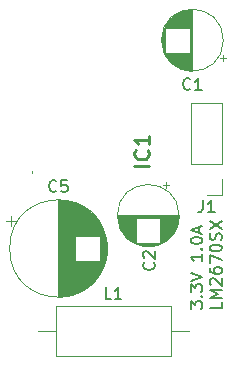
<source format=gbr>
%TF.GenerationSoftware,KiCad,Pcbnew,7.0.1*%
%TF.CreationDate,2023-04-04T11:47:58-07:00*%
%TF.ProjectId,LM2670SX-3.3,4c4d3236-3730-4535-982d-332e332e6b69,rev?*%
%TF.SameCoordinates,Original*%
%TF.FileFunction,Legend,Top*%
%TF.FilePolarity,Positive*%
%FSLAX46Y46*%
G04 Gerber Fmt 4.6, Leading zero omitted, Abs format (unit mm)*
G04 Created by KiCad (PCBNEW 7.0.1) date 2023-04-04 11:47:58*
%MOMM*%
%LPD*%
G01*
G04 APERTURE LIST*
%ADD10C,0.150000*%
%ADD11C,0.254000*%
%ADD12C,0.120000*%
%ADD13C,0.100000*%
G04 APERTURE END LIST*
D10*
X187383930Y-112432083D02*
X187383930Y-111813036D01*
X187383930Y-111813036D02*
X187764882Y-112146369D01*
X187764882Y-112146369D02*
X187764882Y-112003512D01*
X187764882Y-112003512D02*
X187812501Y-111908274D01*
X187812501Y-111908274D02*
X187860120Y-111860655D01*
X187860120Y-111860655D02*
X187955358Y-111813036D01*
X187955358Y-111813036D02*
X188193453Y-111813036D01*
X188193453Y-111813036D02*
X188288691Y-111860655D01*
X188288691Y-111860655D02*
X188336311Y-111908274D01*
X188336311Y-111908274D02*
X188383930Y-112003512D01*
X188383930Y-112003512D02*
X188383930Y-112289226D01*
X188383930Y-112289226D02*
X188336311Y-112384464D01*
X188336311Y-112384464D02*
X188288691Y-112432083D01*
X188288691Y-111384464D02*
X188336311Y-111336845D01*
X188336311Y-111336845D02*
X188383930Y-111384464D01*
X188383930Y-111384464D02*
X188336311Y-111432083D01*
X188336311Y-111432083D02*
X188288691Y-111384464D01*
X188288691Y-111384464D02*
X188383930Y-111384464D01*
X187383930Y-111003512D02*
X187383930Y-110384465D01*
X187383930Y-110384465D02*
X187764882Y-110717798D01*
X187764882Y-110717798D02*
X187764882Y-110574941D01*
X187764882Y-110574941D02*
X187812501Y-110479703D01*
X187812501Y-110479703D02*
X187860120Y-110432084D01*
X187860120Y-110432084D02*
X187955358Y-110384465D01*
X187955358Y-110384465D02*
X188193453Y-110384465D01*
X188193453Y-110384465D02*
X188288691Y-110432084D01*
X188288691Y-110432084D02*
X188336311Y-110479703D01*
X188336311Y-110479703D02*
X188383930Y-110574941D01*
X188383930Y-110574941D02*
X188383930Y-110860655D01*
X188383930Y-110860655D02*
X188336311Y-110955893D01*
X188336311Y-110955893D02*
X188288691Y-111003512D01*
X187383930Y-110098750D02*
X188383930Y-109765417D01*
X188383930Y-109765417D02*
X187383930Y-109432084D01*
X188383930Y-107813036D02*
X188383930Y-108384464D01*
X188383930Y-108098750D02*
X187383930Y-108098750D01*
X187383930Y-108098750D02*
X187526787Y-108193988D01*
X187526787Y-108193988D02*
X187622025Y-108289226D01*
X187622025Y-108289226D02*
X187669644Y-108384464D01*
X188288691Y-107384464D02*
X188336311Y-107336845D01*
X188336311Y-107336845D02*
X188383930Y-107384464D01*
X188383930Y-107384464D02*
X188336311Y-107432083D01*
X188336311Y-107432083D02*
X188288691Y-107384464D01*
X188288691Y-107384464D02*
X188383930Y-107384464D01*
X187383930Y-106717798D02*
X187383930Y-106622560D01*
X187383930Y-106622560D02*
X187431549Y-106527322D01*
X187431549Y-106527322D02*
X187479168Y-106479703D01*
X187479168Y-106479703D02*
X187574406Y-106432084D01*
X187574406Y-106432084D02*
X187764882Y-106384465D01*
X187764882Y-106384465D02*
X188002977Y-106384465D01*
X188002977Y-106384465D02*
X188193453Y-106432084D01*
X188193453Y-106432084D02*
X188288691Y-106479703D01*
X188288691Y-106479703D02*
X188336311Y-106527322D01*
X188336311Y-106527322D02*
X188383930Y-106622560D01*
X188383930Y-106622560D02*
X188383930Y-106717798D01*
X188383930Y-106717798D02*
X188336311Y-106813036D01*
X188336311Y-106813036D02*
X188288691Y-106860655D01*
X188288691Y-106860655D02*
X188193453Y-106908274D01*
X188193453Y-106908274D02*
X188002977Y-106955893D01*
X188002977Y-106955893D02*
X187764882Y-106955893D01*
X187764882Y-106955893D02*
X187574406Y-106908274D01*
X187574406Y-106908274D02*
X187479168Y-106860655D01*
X187479168Y-106860655D02*
X187431549Y-106813036D01*
X187431549Y-106813036D02*
X187383930Y-106717798D01*
X188098215Y-106003512D02*
X188098215Y-105527322D01*
X188383930Y-106098750D02*
X187383930Y-105765417D01*
X187383930Y-105765417D02*
X188383930Y-105432084D01*
X190003930Y-111860655D02*
X190003930Y-112336845D01*
X190003930Y-112336845D02*
X189003930Y-112336845D01*
X190003930Y-111527321D02*
X189003930Y-111527321D01*
X189003930Y-111527321D02*
X189718215Y-111193988D01*
X189718215Y-111193988D02*
X189003930Y-110860655D01*
X189003930Y-110860655D02*
X190003930Y-110860655D01*
X189099168Y-110432083D02*
X189051549Y-110384464D01*
X189051549Y-110384464D02*
X189003930Y-110289226D01*
X189003930Y-110289226D02*
X189003930Y-110051131D01*
X189003930Y-110051131D02*
X189051549Y-109955893D01*
X189051549Y-109955893D02*
X189099168Y-109908274D01*
X189099168Y-109908274D02*
X189194406Y-109860655D01*
X189194406Y-109860655D02*
X189289644Y-109860655D01*
X189289644Y-109860655D02*
X189432501Y-109908274D01*
X189432501Y-109908274D02*
X190003930Y-110479702D01*
X190003930Y-110479702D02*
X190003930Y-109860655D01*
X189003930Y-109003512D02*
X189003930Y-109193988D01*
X189003930Y-109193988D02*
X189051549Y-109289226D01*
X189051549Y-109289226D02*
X189099168Y-109336845D01*
X189099168Y-109336845D02*
X189242025Y-109432083D01*
X189242025Y-109432083D02*
X189432501Y-109479702D01*
X189432501Y-109479702D02*
X189813453Y-109479702D01*
X189813453Y-109479702D02*
X189908691Y-109432083D01*
X189908691Y-109432083D02*
X189956311Y-109384464D01*
X189956311Y-109384464D02*
X190003930Y-109289226D01*
X190003930Y-109289226D02*
X190003930Y-109098750D01*
X190003930Y-109098750D02*
X189956311Y-109003512D01*
X189956311Y-109003512D02*
X189908691Y-108955893D01*
X189908691Y-108955893D02*
X189813453Y-108908274D01*
X189813453Y-108908274D02*
X189575358Y-108908274D01*
X189575358Y-108908274D02*
X189480120Y-108955893D01*
X189480120Y-108955893D02*
X189432501Y-109003512D01*
X189432501Y-109003512D02*
X189384882Y-109098750D01*
X189384882Y-109098750D02*
X189384882Y-109289226D01*
X189384882Y-109289226D02*
X189432501Y-109384464D01*
X189432501Y-109384464D02*
X189480120Y-109432083D01*
X189480120Y-109432083D02*
X189575358Y-109479702D01*
X189003930Y-108574940D02*
X189003930Y-107908274D01*
X189003930Y-107908274D02*
X190003930Y-108336845D01*
X189003930Y-107336845D02*
X189003930Y-107241607D01*
X189003930Y-107241607D02*
X189051549Y-107146369D01*
X189051549Y-107146369D02*
X189099168Y-107098750D01*
X189099168Y-107098750D02*
X189194406Y-107051131D01*
X189194406Y-107051131D02*
X189384882Y-107003512D01*
X189384882Y-107003512D02*
X189622977Y-107003512D01*
X189622977Y-107003512D02*
X189813453Y-107051131D01*
X189813453Y-107051131D02*
X189908691Y-107098750D01*
X189908691Y-107098750D02*
X189956311Y-107146369D01*
X189956311Y-107146369D02*
X190003930Y-107241607D01*
X190003930Y-107241607D02*
X190003930Y-107336845D01*
X190003930Y-107336845D02*
X189956311Y-107432083D01*
X189956311Y-107432083D02*
X189908691Y-107479702D01*
X189908691Y-107479702D02*
X189813453Y-107527321D01*
X189813453Y-107527321D02*
X189622977Y-107574940D01*
X189622977Y-107574940D02*
X189384882Y-107574940D01*
X189384882Y-107574940D02*
X189194406Y-107527321D01*
X189194406Y-107527321D02*
X189099168Y-107479702D01*
X189099168Y-107479702D02*
X189051549Y-107432083D01*
X189051549Y-107432083D02*
X189003930Y-107336845D01*
X189956311Y-106622559D02*
X190003930Y-106479702D01*
X190003930Y-106479702D02*
X190003930Y-106241607D01*
X190003930Y-106241607D02*
X189956311Y-106146369D01*
X189956311Y-106146369D02*
X189908691Y-106098750D01*
X189908691Y-106098750D02*
X189813453Y-106051131D01*
X189813453Y-106051131D02*
X189718215Y-106051131D01*
X189718215Y-106051131D02*
X189622977Y-106098750D01*
X189622977Y-106098750D02*
X189575358Y-106146369D01*
X189575358Y-106146369D02*
X189527739Y-106241607D01*
X189527739Y-106241607D02*
X189480120Y-106432083D01*
X189480120Y-106432083D02*
X189432501Y-106527321D01*
X189432501Y-106527321D02*
X189384882Y-106574940D01*
X189384882Y-106574940D02*
X189289644Y-106622559D01*
X189289644Y-106622559D02*
X189194406Y-106622559D01*
X189194406Y-106622559D02*
X189099168Y-106574940D01*
X189099168Y-106574940D02*
X189051549Y-106527321D01*
X189051549Y-106527321D02*
X189003930Y-106432083D01*
X189003930Y-106432083D02*
X189003930Y-106193988D01*
X189003930Y-106193988D02*
X189051549Y-106051131D01*
X189003930Y-105717797D02*
X190003930Y-105051131D01*
X189003930Y-105051131D02*
X190003930Y-105717797D01*
%TO.C,J1*%
X188414366Y-103262819D02*
X188414366Y-103977104D01*
X188414366Y-103977104D02*
X188366747Y-104119961D01*
X188366747Y-104119961D02*
X188271509Y-104215200D01*
X188271509Y-104215200D02*
X188128652Y-104262819D01*
X188128652Y-104262819D02*
X188033414Y-104262819D01*
X189414366Y-104262819D02*
X188842938Y-104262819D01*
X189128652Y-104262819D02*
X189128652Y-103262819D01*
X189128652Y-103262819D02*
X189033414Y-103405676D01*
X189033414Y-103405676D02*
X188938176Y-103500914D01*
X188938176Y-103500914D02*
X188842938Y-103548533D01*
%TO.C,C2*%
X184263793Y-108522764D02*
X184311413Y-108570383D01*
X184311413Y-108570383D02*
X184359032Y-108713240D01*
X184359032Y-108713240D02*
X184359032Y-108808478D01*
X184359032Y-108808478D02*
X184311413Y-108951335D01*
X184311413Y-108951335D02*
X184216174Y-109046573D01*
X184216174Y-109046573D02*
X184120936Y-109094192D01*
X184120936Y-109094192D02*
X183930460Y-109141811D01*
X183930460Y-109141811D02*
X183787603Y-109141811D01*
X183787603Y-109141811D02*
X183597127Y-109094192D01*
X183597127Y-109094192D02*
X183501889Y-109046573D01*
X183501889Y-109046573D02*
X183406651Y-108951335D01*
X183406651Y-108951335D02*
X183359032Y-108808478D01*
X183359032Y-108808478D02*
X183359032Y-108713240D01*
X183359032Y-108713240D02*
X183406651Y-108570383D01*
X183406651Y-108570383D02*
X183454270Y-108522764D01*
X183454270Y-108141811D02*
X183406651Y-108094192D01*
X183406651Y-108094192D02*
X183359032Y-107998954D01*
X183359032Y-107998954D02*
X183359032Y-107760859D01*
X183359032Y-107760859D02*
X183406651Y-107665621D01*
X183406651Y-107665621D02*
X183454270Y-107618002D01*
X183454270Y-107618002D02*
X183549508Y-107570383D01*
X183549508Y-107570383D02*
X183644746Y-107570383D01*
X183644746Y-107570383D02*
X183787603Y-107618002D01*
X183787603Y-107618002D02*
X184359032Y-108189430D01*
X184359032Y-108189430D02*
X184359032Y-107570383D01*
%TO.C,C1*%
X187372278Y-93823064D02*
X187324659Y-93870684D01*
X187324659Y-93870684D02*
X187181802Y-93918303D01*
X187181802Y-93918303D02*
X187086564Y-93918303D01*
X187086564Y-93918303D02*
X186943707Y-93870684D01*
X186943707Y-93870684D02*
X186848469Y-93775445D01*
X186848469Y-93775445D02*
X186800850Y-93680207D01*
X186800850Y-93680207D02*
X186753231Y-93489731D01*
X186753231Y-93489731D02*
X186753231Y-93346874D01*
X186753231Y-93346874D02*
X186800850Y-93156398D01*
X186800850Y-93156398D02*
X186848469Y-93061160D01*
X186848469Y-93061160D02*
X186943707Y-92965922D01*
X186943707Y-92965922D02*
X187086564Y-92918303D01*
X187086564Y-92918303D02*
X187181802Y-92918303D01*
X187181802Y-92918303D02*
X187324659Y-92965922D01*
X187324659Y-92965922D02*
X187372278Y-93013541D01*
X188324659Y-93918303D02*
X187753231Y-93918303D01*
X188038945Y-93918303D02*
X188038945Y-92918303D01*
X188038945Y-92918303D02*
X187943707Y-93061160D01*
X187943707Y-93061160D02*
X187848469Y-93156398D01*
X187848469Y-93156398D02*
X187753231Y-93204017D01*
%TO.C,C5*%
X176020970Y-102453549D02*
X175973351Y-102501169D01*
X175973351Y-102501169D02*
X175830494Y-102548788D01*
X175830494Y-102548788D02*
X175735256Y-102548788D01*
X175735256Y-102548788D02*
X175592399Y-102501169D01*
X175592399Y-102501169D02*
X175497161Y-102405930D01*
X175497161Y-102405930D02*
X175449542Y-102310692D01*
X175449542Y-102310692D02*
X175401923Y-102120216D01*
X175401923Y-102120216D02*
X175401923Y-101977359D01*
X175401923Y-101977359D02*
X175449542Y-101786883D01*
X175449542Y-101786883D02*
X175497161Y-101691645D01*
X175497161Y-101691645D02*
X175592399Y-101596407D01*
X175592399Y-101596407D02*
X175735256Y-101548788D01*
X175735256Y-101548788D02*
X175830494Y-101548788D01*
X175830494Y-101548788D02*
X175973351Y-101596407D01*
X175973351Y-101596407D02*
X176020970Y-101644026D01*
X176925732Y-101548788D02*
X176449542Y-101548788D01*
X176449542Y-101548788D02*
X176401923Y-102024978D01*
X176401923Y-102024978D02*
X176449542Y-101977359D01*
X176449542Y-101977359D02*
X176544780Y-101929740D01*
X176544780Y-101929740D02*
X176782875Y-101929740D01*
X176782875Y-101929740D02*
X176878113Y-101977359D01*
X176878113Y-101977359D02*
X176925732Y-102024978D01*
X176925732Y-102024978D02*
X176973351Y-102120216D01*
X176973351Y-102120216D02*
X176973351Y-102358311D01*
X176973351Y-102358311D02*
X176925732Y-102453549D01*
X176925732Y-102453549D02*
X176878113Y-102501169D01*
X176878113Y-102501169D02*
X176782875Y-102548788D01*
X176782875Y-102548788D02*
X176544780Y-102548788D01*
X176544780Y-102548788D02*
X176449542Y-102501169D01*
X176449542Y-102501169D02*
X176401923Y-102453549D01*
%TO.C,L1*%
X180663267Y-111628195D02*
X180187077Y-111628195D01*
X180187077Y-111628195D02*
X180187077Y-110628195D01*
X181520410Y-111628195D02*
X180948982Y-111628195D01*
X181234696Y-111628195D02*
X181234696Y-110628195D01*
X181234696Y-110628195D02*
X181139458Y-110771052D01*
X181139458Y-110771052D02*
X181044220Y-110866290D01*
X181044220Y-110866290D02*
X180948982Y-110913909D01*
D11*
%TO.C,IC1*%
X183882329Y-100328745D02*
X182612329Y-100328745D01*
X183761376Y-98998268D02*
X183821853Y-99058744D01*
X183821853Y-99058744D02*
X183882329Y-99240173D01*
X183882329Y-99240173D02*
X183882329Y-99361125D01*
X183882329Y-99361125D02*
X183821853Y-99542554D01*
X183821853Y-99542554D02*
X183700900Y-99663506D01*
X183700900Y-99663506D02*
X183579948Y-99723983D01*
X183579948Y-99723983D02*
X183338043Y-99784459D01*
X183338043Y-99784459D02*
X183156614Y-99784459D01*
X183156614Y-99784459D02*
X182914710Y-99723983D01*
X182914710Y-99723983D02*
X182793757Y-99663506D01*
X182793757Y-99663506D02*
X182672805Y-99542554D01*
X182672805Y-99542554D02*
X182612329Y-99361125D01*
X182612329Y-99361125D02*
X182612329Y-99240173D01*
X182612329Y-99240173D02*
X182672805Y-99058744D01*
X182672805Y-99058744D02*
X182733281Y-98998268D01*
X183882329Y-97788744D02*
X183882329Y-98514459D01*
X183882329Y-98151602D02*
X182612329Y-98151602D01*
X182612329Y-98151602D02*
X182793757Y-98272554D01*
X182793757Y-98272554D02*
X182914710Y-98393506D01*
X182914710Y-98393506D02*
X182975186Y-98514459D01*
D12*
%TO.C,J1*%
X190077700Y-102800200D02*
X188747700Y-102800200D01*
X190077700Y-101470200D02*
X190077700Y-102800200D01*
X190077700Y-100200200D02*
X190077700Y-95060200D01*
X190077700Y-100200200D02*
X187417700Y-100200200D01*
X190077700Y-95060200D02*
X187417700Y-95060200D01*
X187417700Y-100200200D02*
X187417700Y-95060200D01*
%TO.C,C2*%
X185271514Y-101738280D02*
X185271514Y-102238280D01*
X185521514Y-101988280D02*
X185021514Y-101988280D01*
X186376514Y-104543055D02*
X181216514Y-104543055D01*
X186376514Y-104583055D02*
X181216514Y-104583055D01*
X186375514Y-104623055D02*
X181217514Y-104623055D01*
X186374514Y-104663055D02*
X181218514Y-104663055D01*
X186372514Y-104703055D02*
X181220514Y-104703055D01*
X186369514Y-104743055D02*
X181223514Y-104743055D01*
X186365514Y-104783055D02*
X184836514Y-104783055D01*
X182756514Y-104783055D02*
X181227514Y-104783055D01*
X186361514Y-104823055D02*
X184836514Y-104823055D01*
X182756514Y-104823055D02*
X181231514Y-104823055D01*
X186357514Y-104863055D02*
X184836514Y-104863055D01*
X182756514Y-104863055D02*
X181235514Y-104863055D01*
X186352514Y-104903055D02*
X184836514Y-104903055D01*
X182756514Y-104903055D02*
X181240514Y-104903055D01*
X186346514Y-104943055D02*
X184836514Y-104943055D01*
X182756514Y-104943055D02*
X181246514Y-104943055D01*
X186339514Y-104983055D02*
X184836514Y-104983055D01*
X182756514Y-104983055D02*
X181253514Y-104983055D01*
X186332514Y-105023055D02*
X184836514Y-105023055D01*
X182756514Y-105023055D02*
X181260514Y-105023055D01*
X186324514Y-105063055D02*
X184836514Y-105063055D01*
X182756514Y-105063055D02*
X181268514Y-105063055D01*
X186316514Y-105103055D02*
X184836514Y-105103055D01*
X182756514Y-105103055D02*
X181276514Y-105103055D01*
X186307514Y-105143055D02*
X184836514Y-105143055D01*
X182756514Y-105143055D02*
X181285514Y-105143055D01*
X186297514Y-105183055D02*
X184836514Y-105183055D01*
X182756514Y-105183055D02*
X181295514Y-105183055D01*
X186287514Y-105223055D02*
X184836514Y-105223055D01*
X182756514Y-105223055D02*
X181305514Y-105223055D01*
X186276514Y-105264055D02*
X184836514Y-105264055D01*
X182756514Y-105264055D02*
X181316514Y-105264055D01*
X186264514Y-105304055D02*
X184836514Y-105304055D01*
X182756514Y-105304055D02*
X181328514Y-105304055D01*
X186251514Y-105344055D02*
X184836514Y-105344055D01*
X182756514Y-105344055D02*
X181341514Y-105344055D01*
X186238514Y-105384055D02*
X184836514Y-105384055D01*
X182756514Y-105384055D02*
X181354514Y-105384055D01*
X186224514Y-105424055D02*
X184836514Y-105424055D01*
X182756514Y-105424055D02*
X181368514Y-105424055D01*
X186210514Y-105464055D02*
X184836514Y-105464055D01*
X182756514Y-105464055D02*
X181382514Y-105464055D01*
X186194514Y-105504055D02*
X184836514Y-105504055D01*
X182756514Y-105504055D02*
X181398514Y-105504055D01*
X186178514Y-105544055D02*
X184836514Y-105544055D01*
X182756514Y-105544055D02*
X181414514Y-105544055D01*
X186161514Y-105584055D02*
X184836514Y-105584055D01*
X182756514Y-105584055D02*
X181431514Y-105584055D01*
X186144514Y-105624055D02*
X184836514Y-105624055D01*
X182756514Y-105624055D02*
X181448514Y-105624055D01*
X186125514Y-105664055D02*
X184836514Y-105664055D01*
X182756514Y-105664055D02*
X181467514Y-105664055D01*
X186106514Y-105704055D02*
X184836514Y-105704055D01*
X182756514Y-105704055D02*
X181486514Y-105704055D01*
X186086514Y-105744055D02*
X184836514Y-105744055D01*
X182756514Y-105744055D02*
X181506514Y-105744055D01*
X186064514Y-105784055D02*
X184836514Y-105784055D01*
X182756514Y-105784055D02*
X181528514Y-105784055D01*
X186043514Y-105824055D02*
X184836514Y-105824055D01*
X182756514Y-105824055D02*
X181549514Y-105824055D01*
X186020514Y-105864055D02*
X184836514Y-105864055D01*
X182756514Y-105864055D02*
X181572514Y-105864055D01*
X185996514Y-105904055D02*
X184836514Y-105904055D01*
X182756514Y-105904055D02*
X181596514Y-105904055D01*
X185971514Y-105944055D02*
X184836514Y-105944055D01*
X182756514Y-105944055D02*
X181621514Y-105944055D01*
X185945514Y-105984055D02*
X184836514Y-105984055D01*
X182756514Y-105984055D02*
X181647514Y-105984055D01*
X185918514Y-106024055D02*
X184836514Y-106024055D01*
X182756514Y-106024055D02*
X181674514Y-106024055D01*
X185891514Y-106064055D02*
X184836514Y-106064055D01*
X182756514Y-106064055D02*
X181701514Y-106064055D01*
X185861514Y-106104055D02*
X184836514Y-106104055D01*
X182756514Y-106104055D02*
X181731514Y-106104055D01*
X185831514Y-106144055D02*
X184836514Y-106144055D01*
X182756514Y-106144055D02*
X181761514Y-106144055D01*
X185800514Y-106184055D02*
X184836514Y-106184055D01*
X182756514Y-106184055D02*
X181792514Y-106184055D01*
X185767514Y-106224055D02*
X184836514Y-106224055D01*
X182756514Y-106224055D02*
X181825514Y-106224055D01*
X185733514Y-106264055D02*
X184836514Y-106264055D01*
X182756514Y-106264055D02*
X181859514Y-106264055D01*
X185697514Y-106304055D02*
X184836514Y-106304055D01*
X182756514Y-106304055D02*
X181895514Y-106304055D01*
X185660514Y-106344055D02*
X184836514Y-106344055D01*
X182756514Y-106344055D02*
X181932514Y-106344055D01*
X185622514Y-106384055D02*
X184836514Y-106384055D01*
X182756514Y-106384055D02*
X181970514Y-106384055D01*
X185581514Y-106424055D02*
X184836514Y-106424055D01*
X182756514Y-106424055D02*
X182011514Y-106424055D01*
X185539514Y-106464055D02*
X184836514Y-106464055D01*
X182756514Y-106464055D02*
X182053514Y-106464055D01*
X185495514Y-106504055D02*
X184836514Y-106504055D01*
X182756514Y-106504055D02*
X182097514Y-106504055D01*
X185449514Y-106544055D02*
X184836514Y-106544055D01*
X182756514Y-106544055D02*
X182143514Y-106544055D01*
X185401514Y-106584055D02*
X184836514Y-106584055D01*
X182756514Y-106584055D02*
X182191514Y-106584055D01*
X185350514Y-106624055D02*
X184836514Y-106624055D01*
X182756514Y-106624055D02*
X182242514Y-106624055D01*
X185296514Y-106664055D02*
X184836514Y-106664055D01*
X182756514Y-106664055D02*
X182296514Y-106664055D01*
X185239514Y-106704055D02*
X184836514Y-106704055D01*
X182756514Y-106704055D02*
X182353514Y-106704055D01*
X185179514Y-106744055D02*
X184836514Y-106744055D01*
X182756514Y-106744055D02*
X182413514Y-106744055D01*
X185115514Y-106784055D02*
X184836514Y-106784055D01*
X182756514Y-106784055D02*
X182477514Y-106784055D01*
X185047514Y-106824055D02*
X184836514Y-106824055D01*
X182756514Y-106824055D02*
X182545514Y-106824055D01*
X184974514Y-106864055D02*
X182618514Y-106864055D01*
X184894514Y-106904055D02*
X182698514Y-106904055D01*
X184807514Y-106944055D02*
X182785514Y-106944055D01*
X184711514Y-106984055D02*
X182881514Y-106984055D01*
X184601514Y-107024055D02*
X182991514Y-107024055D01*
X184473514Y-107064055D02*
X183119514Y-107064055D01*
X184314514Y-107104055D02*
X183278514Y-107104055D01*
X184080514Y-107144055D02*
X183512514Y-107144055D01*
X186416514Y-104543055D02*
G75*
G03*
X186416514Y-104543055I-2620000J0D01*
G01*
%TO.C,C1*%
X190343720Y-91180684D02*
X189843720Y-91180684D01*
X190093720Y-91430684D02*
X190093720Y-90930684D01*
X187538945Y-92285684D02*
X187538945Y-87125684D01*
X187498945Y-92285684D02*
X187498945Y-87125684D01*
X187458945Y-92284684D02*
X187458945Y-87126684D01*
X187418945Y-92283684D02*
X187418945Y-87127684D01*
X187378945Y-92281684D02*
X187378945Y-87129684D01*
X187338945Y-92278684D02*
X187338945Y-87132684D01*
X187298945Y-92274684D02*
X187298945Y-90745684D01*
X187298945Y-88665684D02*
X187298945Y-87136684D01*
X187258945Y-92270684D02*
X187258945Y-90745684D01*
X187258945Y-88665684D02*
X187258945Y-87140684D01*
X187218945Y-92266684D02*
X187218945Y-90745684D01*
X187218945Y-88665684D02*
X187218945Y-87144684D01*
X187178945Y-92261684D02*
X187178945Y-90745684D01*
X187178945Y-88665684D02*
X187178945Y-87149684D01*
X187138945Y-92255684D02*
X187138945Y-90745684D01*
X187138945Y-88665684D02*
X187138945Y-87155684D01*
X187098945Y-92248684D02*
X187098945Y-90745684D01*
X187098945Y-88665684D02*
X187098945Y-87162684D01*
X187058945Y-92241684D02*
X187058945Y-90745684D01*
X187058945Y-88665684D02*
X187058945Y-87169684D01*
X187018945Y-92233684D02*
X187018945Y-90745684D01*
X187018945Y-88665684D02*
X187018945Y-87177684D01*
X186978945Y-92225684D02*
X186978945Y-90745684D01*
X186978945Y-88665684D02*
X186978945Y-87185684D01*
X186938945Y-92216684D02*
X186938945Y-90745684D01*
X186938945Y-88665684D02*
X186938945Y-87194684D01*
X186898945Y-92206684D02*
X186898945Y-90745684D01*
X186898945Y-88665684D02*
X186898945Y-87204684D01*
X186858945Y-92196684D02*
X186858945Y-90745684D01*
X186858945Y-88665684D02*
X186858945Y-87214684D01*
X186817945Y-92185684D02*
X186817945Y-90745684D01*
X186817945Y-88665684D02*
X186817945Y-87225684D01*
X186777945Y-92173684D02*
X186777945Y-90745684D01*
X186777945Y-88665684D02*
X186777945Y-87237684D01*
X186737945Y-92160684D02*
X186737945Y-90745684D01*
X186737945Y-88665684D02*
X186737945Y-87250684D01*
X186697945Y-92147684D02*
X186697945Y-90745684D01*
X186697945Y-88665684D02*
X186697945Y-87263684D01*
X186657945Y-92133684D02*
X186657945Y-90745684D01*
X186657945Y-88665684D02*
X186657945Y-87277684D01*
X186617945Y-92119684D02*
X186617945Y-90745684D01*
X186617945Y-88665684D02*
X186617945Y-87291684D01*
X186577945Y-92103684D02*
X186577945Y-90745684D01*
X186577945Y-88665684D02*
X186577945Y-87307684D01*
X186537945Y-92087684D02*
X186537945Y-90745684D01*
X186537945Y-88665684D02*
X186537945Y-87323684D01*
X186497945Y-92070684D02*
X186497945Y-90745684D01*
X186497945Y-88665684D02*
X186497945Y-87340684D01*
X186457945Y-92053684D02*
X186457945Y-90745684D01*
X186457945Y-88665684D02*
X186457945Y-87357684D01*
X186417945Y-92034684D02*
X186417945Y-90745684D01*
X186417945Y-88665684D02*
X186417945Y-87376684D01*
X186377945Y-92015684D02*
X186377945Y-90745684D01*
X186377945Y-88665684D02*
X186377945Y-87395684D01*
X186337945Y-91995684D02*
X186337945Y-90745684D01*
X186337945Y-88665684D02*
X186337945Y-87415684D01*
X186297945Y-91973684D02*
X186297945Y-90745684D01*
X186297945Y-88665684D02*
X186297945Y-87437684D01*
X186257945Y-91952684D02*
X186257945Y-90745684D01*
X186257945Y-88665684D02*
X186257945Y-87458684D01*
X186217945Y-91929684D02*
X186217945Y-90745684D01*
X186217945Y-88665684D02*
X186217945Y-87481684D01*
X186177945Y-91905684D02*
X186177945Y-90745684D01*
X186177945Y-88665684D02*
X186177945Y-87505684D01*
X186137945Y-91880684D02*
X186137945Y-90745684D01*
X186137945Y-88665684D02*
X186137945Y-87530684D01*
X186097945Y-91854684D02*
X186097945Y-90745684D01*
X186097945Y-88665684D02*
X186097945Y-87556684D01*
X186057945Y-91827684D02*
X186057945Y-90745684D01*
X186057945Y-88665684D02*
X186057945Y-87583684D01*
X186017945Y-91800684D02*
X186017945Y-90745684D01*
X186017945Y-88665684D02*
X186017945Y-87610684D01*
X185977945Y-91770684D02*
X185977945Y-90745684D01*
X185977945Y-88665684D02*
X185977945Y-87640684D01*
X185937945Y-91740684D02*
X185937945Y-90745684D01*
X185937945Y-88665684D02*
X185937945Y-87670684D01*
X185897945Y-91709684D02*
X185897945Y-90745684D01*
X185897945Y-88665684D02*
X185897945Y-87701684D01*
X185857945Y-91676684D02*
X185857945Y-90745684D01*
X185857945Y-88665684D02*
X185857945Y-87734684D01*
X185817945Y-91642684D02*
X185817945Y-90745684D01*
X185817945Y-88665684D02*
X185817945Y-87768684D01*
X185777945Y-91606684D02*
X185777945Y-90745684D01*
X185777945Y-88665684D02*
X185777945Y-87804684D01*
X185737945Y-91569684D02*
X185737945Y-90745684D01*
X185737945Y-88665684D02*
X185737945Y-87841684D01*
X185697945Y-91531684D02*
X185697945Y-90745684D01*
X185697945Y-88665684D02*
X185697945Y-87879684D01*
X185657945Y-91490684D02*
X185657945Y-90745684D01*
X185657945Y-88665684D02*
X185657945Y-87920684D01*
X185617945Y-91448684D02*
X185617945Y-90745684D01*
X185617945Y-88665684D02*
X185617945Y-87962684D01*
X185577945Y-91404684D02*
X185577945Y-90745684D01*
X185577945Y-88665684D02*
X185577945Y-88006684D01*
X185537945Y-91358684D02*
X185537945Y-90745684D01*
X185537945Y-88665684D02*
X185537945Y-88052684D01*
X185497945Y-91310684D02*
X185497945Y-90745684D01*
X185497945Y-88665684D02*
X185497945Y-88100684D01*
X185457945Y-91259684D02*
X185457945Y-90745684D01*
X185457945Y-88665684D02*
X185457945Y-88151684D01*
X185417945Y-91205684D02*
X185417945Y-90745684D01*
X185417945Y-88665684D02*
X185417945Y-88205684D01*
X185377945Y-91148684D02*
X185377945Y-90745684D01*
X185377945Y-88665684D02*
X185377945Y-88262684D01*
X185337945Y-91088684D02*
X185337945Y-90745684D01*
X185337945Y-88665684D02*
X185337945Y-88322684D01*
X185297945Y-91024684D02*
X185297945Y-90745684D01*
X185297945Y-88665684D02*
X185297945Y-88386684D01*
X185257945Y-90956684D02*
X185257945Y-90745684D01*
X185257945Y-88665684D02*
X185257945Y-88454684D01*
X185217945Y-90883684D02*
X185217945Y-88527684D01*
X185177945Y-90803684D02*
X185177945Y-88607684D01*
X185137945Y-90716684D02*
X185137945Y-88694684D01*
X185097945Y-90620684D02*
X185097945Y-88790684D01*
X185057945Y-90510684D02*
X185057945Y-88900684D01*
X185017945Y-90382684D02*
X185017945Y-89028684D01*
X184977945Y-90223684D02*
X184977945Y-89187684D01*
X184937945Y-89989684D02*
X184937945Y-89421684D01*
X190158945Y-89705684D02*
G75*
G03*
X190158945Y-89705684I-2620000J0D01*
G01*
%TO.C,C5*%
X171777939Y-105021169D02*
X172577939Y-105021169D01*
X172177939Y-104621169D02*
X172177939Y-105421169D01*
X176187637Y-103256169D02*
X176187637Y-111416169D01*
X176227637Y-103256169D02*
X176227637Y-111416169D01*
X176267637Y-103256169D02*
X176267637Y-111416169D01*
X176307637Y-103257169D02*
X176307637Y-111415169D01*
X176347637Y-103259169D02*
X176347637Y-111413169D01*
X176387637Y-103260169D02*
X176387637Y-111412169D01*
X176427637Y-103262169D02*
X176427637Y-111410169D01*
X176467637Y-103265169D02*
X176467637Y-111407169D01*
X176507637Y-103268169D02*
X176507637Y-111404169D01*
X176547637Y-103271169D02*
X176547637Y-111401169D01*
X176587637Y-103275169D02*
X176587637Y-111397169D01*
X176627637Y-103279169D02*
X176627637Y-111393169D01*
X176667637Y-103284169D02*
X176667637Y-111388169D01*
X176707637Y-103288169D02*
X176707637Y-111384169D01*
X176747637Y-103294169D02*
X176747637Y-111378169D01*
X176787637Y-103299169D02*
X176787637Y-111373169D01*
X176827637Y-103306169D02*
X176827637Y-111366169D01*
X176867637Y-103312169D02*
X176867637Y-111360169D01*
X176908637Y-103319169D02*
X176908637Y-111353169D01*
X176948637Y-103326169D02*
X176948637Y-111346169D01*
X176988637Y-103334169D02*
X176988637Y-111338169D01*
X177028637Y-103342169D02*
X177028637Y-111330169D01*
X177068637Y-103351169D02*
X177068637Y-111321169D01*
X177108637Y-103360169D02*
X177108637Y-111312169D01*
X177148637Y-103369169D02*
X177148637Y-111303169D01*
X177188637Y-103379169D02*
X177188637Y-111293169D01*
X177228637Y-103389169D02*
X177228637Y-111283169D01*
X177268637Y-103400169D02*
X177268637Y-111272169D01*
X177308637Y-103411169D02*
X177308637Y-111261169D01*
X177348637Y-103422169D02*
X177348637Y-111250169D01*
X177388637Y-103434169D02*
X177388637Y-111238169D01*
X177428637Y-103447169D02*
X177428637Y-111225169D01*
X177468637Y-103459169D02*
X177468637Y-111213169D01*
X177508637Y-103473169D02*
X177508637Y-111199169D01*
X177548637Y-103486169D02*
X177548637Y-111186169D01*
X177588637Y-103501169D02*
X177588637Y-111171169D01*
X177628637Y-103515169D02*
X177628637Y-111157169D01*
X177668637Y-103531169D02*
X177668637Y-106296169D01*
X177668637Y-108376169D02*
X177668637Y-111141169D01*
X177708637Y-103546169D02*
X177708637Y-106296169D01*
X177708637Y-108376169D02*
X177708637Y-111126169D01*
X177748637Y-103562169D02*
X177748637Y-106296169D01*
X177748637Y-108376169D02*
X177748637Y-111110169D01*
X177788637Y-103579169D02*
X177788637Y-106296169D01*
X177788637Y-108376169D02*
X177788637Y-111093169D01*
X177828637Y-103596169D02*
X177828637Y-106296169D01*
X177828637Y-108376169D02*
X177828637Y-111076169D01*
X177868637Y-103614169D02*
X177868637Y-106296169D01*
X177868637Y-108376169D02*
X177868637Y-111058169D01*
X177908637Y-103632169D02*
X177908637Y-106296169D01*
X177908637Y-108376169D02*
X177908637Y-111040169D01*
X177948637Y-103650169D02*
X177948637Y-106296169D01*
X177948637Y-108376169D02*
X177948637Y-111022169D01*
X177988637Y-103670169D02*
X177988637Y-106296169D01*
X177988637Y-108376169D02*
X177988637Y-111002169D01*
X178028637Y-103689169D02*
X178028637Y-106296169D01*
X178028637Y-108376169D02*
X178028637Y-110983169D01*
X178068637Y-103709169D02*
X178068637Y-106296169D01*
X178068637Y-108376169D02*
X178068637Y-110963169D01*
X178108637Y-103730169D02*
X178108637Y-106296169D01*
X178108637Y-108376169D02*
X178108637Y-110942169D01*
X178148637Y-103752169D02*
X178148637Y-106296169D01*
X178148637Y-108376169D02*
X178148637Y-110920169D01*
X178188637Y-103774169D02*
X178188637Y-106296169D01*
X178188637Y-108376169D02*
X178188637Y-110898169D01*
X178228637Y-103796169D02*
X178228637Y-106296169D01*
X178228637Y-108376169D02*
X178228637Y-110876169D01*
X178268637Y-103819169D02*
X178268637Y-106296169D01*
X178268637Y-108376169D02*
X178268637Y-110853169D01*
X178308637Y-103843169D02*
X178308637Y-106296169D01*
X178308637Y-108376169D02*
X178308637Y-110829169D01*
X178348637Y-103867169D02*
X178348637Y-106296169D01*
X178348637Y-108376169D02*
X178348637Y-110805169D01*
X178388637Y-103892169D02*
X178388637Y-106296169D01*
X178388637Y-108376169D02*
X178388637Y-110780169D01*
X178428637Y-103918169D02*
X178428637Y-106296169D01*
X178428637Y-108376169D02*
X178428637Y-110754169D01*
X178468637Y-103944169D02*
X178468637Y-106296169D01*
X178468637Y-108376169D02*
X178468637Y-110728169D01*
X178508637Y-103971169D02*
X178508637Y-106296169D01*
X178508637Y-108376169D02*
X178508637Y-110701169D01*
X178548637Y-103998169D02*
X178548637Y-106296169D01*
X178548637Y-108376169D02*
X178548637Y-110674169D01*
X178588637Y-104027169D02*
X178588637Y-106296169D01*
X178588637Y-108376169D02*
X178588637Y-110645169D01*
X178628637Y-104056169D02*
X178628637Y-106296169D01*
X178628637Y-108376169D02*
X178628637Y-110616169D01*
X178668637Y-104086169D02*
X178668637Y-106296169D01*
X178668637Y-108376169D02*
X178668637Y-110586169D01*
X178708637Y-104116169D02*
X178708637Y-106296169D01*
X178708637Y-108376169D02*
X178708637Y-110556169D01*
X178748637Y-104147169D02*
X178748637Y-106296169D01*
X178748637Y-108376169D02*
X178748637Y-110525169D01*
X178788637Y-104180169D02*
X178788637Y-106296169D01*
X178788637Y-108376169D02*
X178788637Y-110492169D01*
X178828637Y-104212169D02*
X178828637Y-106296169D01*
X178828637Y-108376169D02*
X178828637Y-110460169D01*
X178868637Y-104246169D02*
X178868637Y-106296169D01*
X178868637Y-108376169D02*
X178868637Y-110426169D01*
X178908637Y-104281169D02*
X178908637Y-106296169D01*
X178908637Y-108376169D02*
X178908637Y-110391169D01*
X178948637Y-104317169D02*
X178948637Y-106296169D01*
X178948637Y-108376169D02*
X178948637Y-110355169D01*
X178988637Y-104353169D02*
X178988637Y-106296169D01*
X178988637Y-108376169D02*
X178988637Y-110319169D01*
X179028637Y-104391169D02*
X179028637Y-106296169D01*
X179028637Y-108376169D02*
X179028637Y-110281169D01*
X179068637Y-104429169D02*
X179068637Y-106296169D01*
X179068637Y-108376169D02*
X179068637Y-110243169D01*
X179108637Y-104469169D02*
X179108637Y-106296169D01*
X179108637Y-108376169D02*
X179108637Y-110203169D01*
X179148637Y-104510169D02*
X179148637Y-106296169D01*
X179148637Y-108376169D02*
X179148637Y-110162169D01*
X179188637Y-104552169D02*
X179188637Y-106296169D01*
X179188637Y-108376169D02*
X179188637Y-110120169D01*
X179228637Y-104595169D02*
X179228637Y-106296169D01*
X179228637Y-108376169D02*
X179228637Y-110077169D01*
X179268637Y-104639169D02*
X179268637Y-106296169D01*
X179268637Y-108376169D02*
X179268637Y-110033169D01*
X179308637Y-104685169D02*
X179308637Y-106296169D01*
X179308637Y-108376169D02*
X179308637Y-109987169D01*
X179348637Y-104732169D02*
X179348637Y-106296169D01*
X179348637Y-108376169D02*
X179348637Y-109940169D01*
X179388637Y-104780169D02*
X179388637Y-106296169D01*
X179388637Y-108376169D02*
X179388637Y-109892169D01*
X179428637Y-104831169D02*
X179428637Y-106296169D01*
X179428637Y-108376169D02*
X179428637Y-109841169D01*
X179468637Y-104882169D02*
X179468637Y-106296169D01*
X179468637Y-108376169D02*
X179468637Y-109790169D01*
X179508637Y-104936169D02*
X179508637Y-106296169D01*
X179508637Y-108376169D02*
X179508637Y-109736169D01*
X179548637Y-104991169D02*
X179548637Y-106296169D01*
X179548637Y-108376169D02*
X179548637Y-109681169D01*
X179588637Y-105049169D02*
X179588637Y-106296169D01*
X179588637Y-108376169D02*
X179588637Y-109623169D01*
X179628637Y-105108169D02*
X179628637Y-106296169D01*
X179628637Y-108376169D02*
X179628637Y-109564169D01*
X179668637Y-105170169D02*
X179668637Y-106296169D01*
X179668637Y-108376169D02*
X179668637Y-109502169D01*
X179708637Y-105234169D02*
X179708637Y-106296169D01*
X179708637Y-108376169D02*
X179708637Y-109438169D01*
X179748637Y-105302169D02*
X179748637Y-109370169D01*
X179788637Y-105372169D02*
X179788637Y-109300169D01*
X179828637Y-105446169D02*
X179828637Y-109226169D01*
X179868637Y-105523169D02*
X179868637Y-109149169D01*
X179908637Y-105605169D02*
X179908637Y-109067169D01*
X179948637Y-105691169D02*
X179948637Y-108981169D01*
X179988637Y-105784169D02*
X179988637Y-108888169D01*
X180028637Y-105883169D02*
X180028637Y-108789169D01*
X180068637Y-105990169D02*
X180068637Y-108682169D01*
X180108637Y-106107169D02*
X180108637Y-108565169D01*
X180148637Y-106238169D02*
X180148637Y-108434169D01*
X180188637Y-106388169D02*
X180188637Y-108284169D01*
X180228637Y-106568169D02*
X180228637Y-108104169D01*
X180268637Y-106803169D02*
X180268637Y-107869169D01*
X180307637Y-107336169D02*
G75*
G03*
X180307637Y-107336169I-4120000J0D01*
G01*
%TO.C,L1*%
X174449934Y-114285576D02*
X175959934Y-114285576D01*
X175959934Y-112165576D02*
X175959934Y-116405576D01*
X175959934Y-116405576D02*
X185699934Y-116405576D01*
X185699934Y-112165576D02*
X175959934Y-112165576D01*
X185699934Y-116405576D02*
X185699934Y-112165576D01*
X187209934Y-114285576D02*
X185699934Y-114285576D01*
D13*
%TO.C,IC1*%
X173990000Y-100840000D02*
G75*
G03*
X173990000Y-100940000I0J-50000D01*
G01*
X173990000Y-100940000D02*
G75*
G03*
X173990000Y-100840000I0J50000D01*
G01*
X173990000Y-100940000D02*
X173990000Y-100940000D01*
X173990000Y-100840000D02*
X173990000Y-100840000D01*
%TD*%
M02*

</source>
